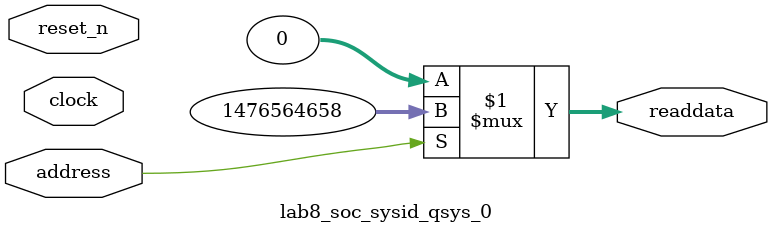
<source format=v>

`timescale 1ns / 1ps
// synthesis translate_on

// turn off superfluous verilog processor warnings 
// altera message_level Level1 
// altera message_off 10034 10035 10036 10037 10230 10240 10030 

module lab8_soc_sysid_qsys_0 (
               // inputs:
                address,
                clock,
                reset_n,

               // outputs:
                readdata
             )
;

  output  [ 31: 0] readdata;
  input            address;
  input            clock;
  input            reset_n;

  wire    [ 31: 0] readdata;
  //control_slave, which is an e_avalon_slave
  assign readdata = address ? 1476564658 : 0;

endmodule




</source>
